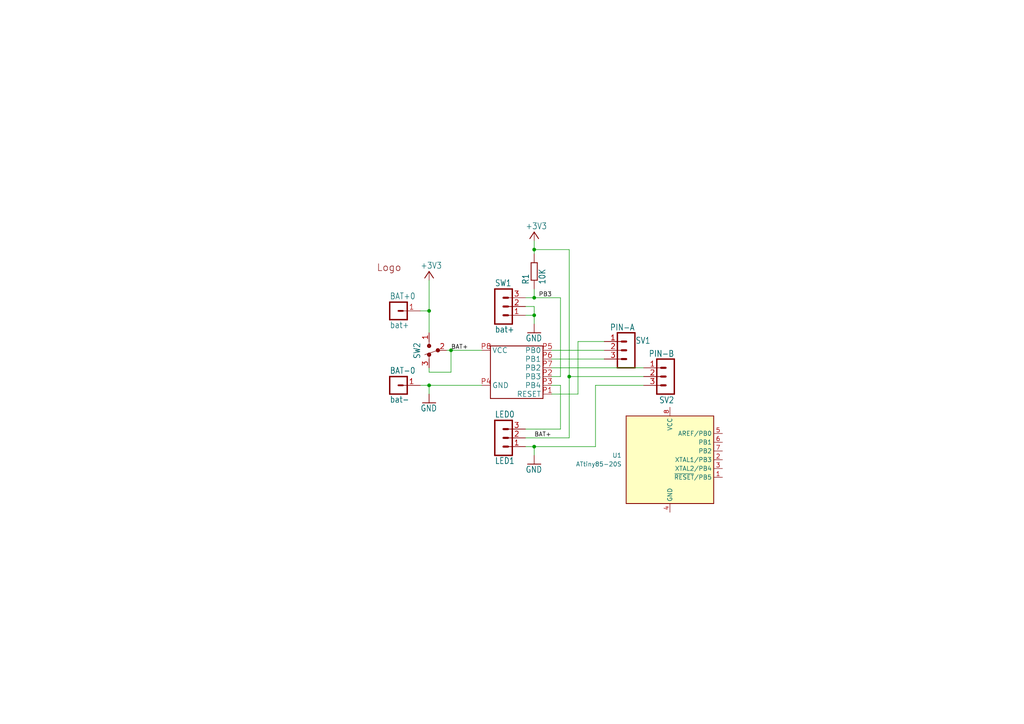
<source format=kicad_sch>
(kicad_sch
	(version 20250114)
	(generator "eeschema")
	(generator_version "9.0")
	(uuid "81b8b084-8461-4b3c-ac30-62ddc960295f")
	(paper "A4")
	(lib_symbols
		(symbol "MCU_Microchip_ATtiny:ATtiny85-20S"
			(exclude_from_sim no)
			(in_bom yes)
			(on_board yes)
			(property "Reference" "U"
				(at -12.7 13.97 0)
				(effects
					(font
						(size 1.27 1.27)
					)
					(justify left bottom)
				)
			)
			(property "Value" "ATtiny85-20S"
				(at 2.54 -13.97 0)
				(effects
					(font
						(size 1.27 1.27)
					)
					(justify left top)
				)
			)
			(property "Footprint" "Package_SO:SOIC-8_5.3x5.3mm_P1.27mm"
				(at 0 0 0)
				(effects
					(font
						(size 1.27 1.27)
						(italic yes)
					)
					(hide yes)
				)
			)
			(property "Datasheet" "http://ww1.microchip.com/downloads/en/DeviceDoc/atmel-2586-avr-8-bit-microcontroller-attiny25-attiny45-attiny85_datasheet.pdf"
				(at 0 0 0)
				(effects
					(font
						(size 1.27 1.27)
					)
					(hide yes)
				)
			)
			(property "Description" "20MHz, 8kB Flash, 512B SRAM, 512B EEPROM, debugWIRE, SOIC-8"
				(at 0 0 0)
				(effects
					(font
						(size 1.27 1.27)
					)
					(hide yes)
				)
			)
			(property "ki_keywords" "AVR 8bit Microcontroller tinyAVR"
				(at 0 0 0)
				(effects
					(font
						(size 1.27 1.27)
					)
					(hide yes)
				)
			)
			(property "ki_fp_filters" "*SOIC*5.3x5.3mm*P1.27mm*"
				(at 0 0 0)
				(effects
					(font
						(size 1.27 1.27)
					)
					(hide yes)
				)
			)
			(symbol "ATtiny85-20S_0_1"
				(rectangle
					(start -12.7 -12.7)
					(end 12.7 12.7)
					(stroke
						(width 0.254)
						(type default)
					)
					(fill
						(type background)
					)
				)
			)
			(symbol "ATtiny85-20S_1_1"
				(pin power_in line
					(at 0 15.24 270)
					(length 2.54)
					(name "VCC"
						(effects
							(font
								(size 1.27 1.27)
							)
						)
					)
					(number "8"
						(effects
							(font
								(size 1.27 1.27)
							)
						)
					)
				)
				(pin power_in line
					(at 0 -15.24 90)
					(length 2.54)
					(name "GND"
						(effects
							(font
								(size 1.27 1.27)
							)
						)
					)
					(number "4"
						(effects
							(font
								(size 1.27 1.27)
							)
						)
					)
				)
				(pin bidirectional line
					(at 15.24 7.62 180)
					(length 2.54)
					(name "AREF/PB0"
						(effects
							(font
								(size 1.27 1.27)
							)
						)
					)
					(number "5"
						(effects
							(font
								(size 1.27 1.27)
							)
						)
					)
				)
				(pin bidirectional line
					(at 15.24 5.08 180)
					(length 2.54)
					(name "PB1"
						(effects
							(font
								(size 1.27 1.27)
							)
						)
					)
					(number "6"
						(effects
							(font
								(size 1.27 1.27)
							)
						)
					)
				)
				(pin bidirectional line
					(at 15.24 2.54 180)
					(length 2.54)
					(name "PB2"
						(effects
							(font
								(size 1.27 1.27)
							)
						)
					)
					(number "7"
						(effects
							(font
								(size 1.27 1.27)
							)
						)
					)
				)
				(pin bidirectional line
					(at 15.24 0 180)
					(length 2.54)
					(name "XTAL1/PB3"
						(effects
							(font
								(size 1.27 1.27)
							)
						)
					)
					(number "2"
						(effects
							(font
								(size 1.27 1.27)
							)
						)
					)
				)
				(pin bidirectional line
					(at 15.24 -2.54 180)
					(length 2.54)
					(name "XTAL2/PB4"
						(effects
							(font
								(size 1.27 1.27)
							)
						)
					)
					(number "3"
						(effects
							(font
								(size 1.27 1.27)
							)
						)
					)
				)
				(pin bidirectional line
					(at 15.24 -5.08 180)
					(length 2.54)
					(name "~{RESET}/PB5"
						(effects
							(font
								(size 1.27 1.27)
							)
						)
					)
					(number "1"
						(effects
							(font
								(size 1.27 1.27)
							)
						)
					)
				)
			)
			(embedded_fonts no)
		)
		(symbol "pcb2-3-eagle-import:+3V3"
			(power)
			(exclude_from_sim no)
			(in_bom yes)
			(on_board yes)
			(property "Reference" "#+3V3"
				(at 0 0 0)
				(effects
					(font
						(size 1.27 1.27)
					)
					(hide yes)
				)
			)
			(property "Value" ""
				(at -2.54 -5.08 90)
				(effects
					(font
						(size 1.778 1.5113)
					)
					(justify left bottom)
				)
			)
			(property "Footprint" ""
				(at 0 0 0)
				(effects
					(font
						(size 1.27 1.27)
					)
					(hide yes)
				)
			)
			(property "Datasheet" ""
				(at 0 0 0)
				(effects
					(font
						(size 1.27 1.27)
					)
					(hide yes)
				)
			)
			(property "Description" "SUPPLY SYMBOL"
				(at 0 0 0)
				(effects
					(font
						(size 1.27 1.27)
					)
					(hide yes)
				)
			)
			(property "ki_locked" ""
				(at 0 0 0)
				(effects
					(font
						(size 1.27 1.27)
					)
				)
			)
			(symbol "+3V3_1_0"
				(polyline
					(pts
						(xy 0 0) (xy -1.27 -1.905)
					)
					(stroke
						(width 0.254)
						(type solid)
					)
					(fill
						(type none)
					)
				)
				(polyline
					(pts
						(xy 1.27 -1.905) (xy 0 0)
					)
					(stroke
						(width 0.254)
						(type solid)
					)
					(fill
						(type none)
					)
				)
				(pin power_in line
					(at 0 -2.54 90)
					(length 2.54)
					(name "+3V3"
						(effects
							(font
								(size 0 0)
							)
						)
					)
					(number "1"
						(effects
							(font
								(size 0 0)
							)
						)
					)
				)
			)
			(embedded_fonts no)
		)
		(symbol "pcb2-3-eagle-import:ATTINY85SOP8"
			(exclude_from_sim no)
			(in_bom yes)
			(on_board yes)
			(property "Reference" "ATTINY85-"
				(at 0 0 0)
				(effects
					(font
						(size 1.27 1.27)
					)
					(hide yes)
				)
			)
			(property "Value" ""
				(at 0 0 0)
				(effects
					(font
						(size 1.27 1.27)
					)
					(hide yes)
				)
			)
			(property "Footprint" "pcb2-3:ATTINY85-20SUR"
				(at 0 0 0)
				(effects
					(font
						(size 1.27 1.27)
					)
					(hide yes)
				)
			)
			(property "Datasheet" ""
				(at 0 0 0)
				(effects
					(font
						(size 1.27 1.27)
					)
					(hide yes)
				)
			)
			(property "Description" ""
				(at 0 0 0)
				(effects
					(font
						(size 1.27 1.27)
					)
					(hide yes)
				)
			)
			(property "ki_locked" ""
				(at 0 0 0)
				(effects
					(font
						(size 1.27 1.27)
					)
				)
			)
			(symbol "ATTINY85SOP8_1_0"
				(polyline
					(pts
						(xy -7.62 6.35) (xy 7.62 6.35)
					)
					(stroke
						(width 0.254)
						(type solid)
					)
					(fill
						(type none)
					)
				)
				(polyline
					(pts
						(xy -7.62 -8.89) (xy -7.62 6.35)
					)
					(stroke
						(width 0.254)
						(type solid)
					)
					(fill
						(type none)
					)
				)
				(polyline
					(pts
						(xy 7.62 6.35) (xy 7.62 -8.89)
					)
					(stroke
						(width 0.254)
						(type solid)
					)
					(fill
						(type none)
					)
				)
				(polyline
					(pts
						(xy 7.62 -8.89) (xy -7.62 -8.89)
					)
					(stroke
						(width 0.254)
						(type solid)
					)
					(fill
						(type none)
					)
				)
				(pin bidirectional line
					(at -10.16 5.08 0)
					(length 2.54)
					(name "VCC"
						(effects
							(font
								(size 1.524 1.524)
							)
						)
					)
					(number "P8"
						(effects
							(font
								(size 1.524 1.524)
							)
						)
					)
				)
				(pin bidirectional line
					(at -10.16 -5.08 0)
					(length 2.54)
					(name "GND"
						(effects
							(font
								(size 1.524 1.524)
							)
						)
					)
					(number "P4"
						(effects
							(font
								(size 1.524 1.524)
							)
						)
					)
				)
				(pin bidirectional line
					(at 10.16 5.08 180)
					(length 2.54)
					(name "PB0"
						(effects
							(font
								(size 1.524 1.524)
							)
						)
					)
					(number "P5"
						(effects
							(font
								(size 1.524 1.524)
							)
						)
					)
				)
				(pin bidirectional line
					(at 10.16 2.54 180)
					(length 2.54)
					(name "PB1"
						(effects
							(font
								(size 1.524 1.524)
							)
						)
					)
					(number "P6"
						(effects
							(font
								(size 1.524 1.524)
							)
						)
					)
				)
				(pin bidirectional line
					(at 10.16 0 180)
					(length 2.54)
					(name "PB2"
						(effects
							(font
								(size 1.524 1.524)
							)
						)
					)
					(number "P7"
						(effects
							(font
								(size 1.524 1.524)
							)
						)
					)
				)
				(pin bidirectional line
					(at 10.16 -2.54 180)
					(length 2.54)
					(name "PB3"
						(effects
							(font
								(size 1.524 1.524)
							)
						)
					)
					(number "P2"
						(effects
							(font
								(size 1.524 1.524)
							)
						)
					)
				)
				(pin bidirectional line
					(at 10.16 -5.08 180)
					(length 2.54)
					(name "PB4"
						(effects
							(font
								(size 1.524 1.524)
							)
						)
					)
					(number "P3"
						(effects
							(font
								(size 1.524 1.524)
							)
						)
					)
				)
				(pin bidirectional line
					(at 10.16 -7.62 180)
					(length 2.54)
					(name "RESET"
						(effects
							(font
								(size 1.524 1.524)
							)
						)
					)
					(number "P1"
						(effects
							(font
								(size 1.524 1.524)
							)
						)
					)
				)
			)
			(embedded_fonts no)
		)
		(symbol "pcb2-3-eagle-import:GND"
			(power)
			(exclude_from_sim no)
			(in_bom yes)
			(on_board yes)
			(property "Reference" "#GND"
				(at 0 0 0)
				(effects
					(font
						(size 1.27 1.27)
					)
					(hide yes)
				)
			)
			(property "Value" ""
				(at -2.54 -2.54 0)
				(effects
					(font
						(size 1.778 1.5113)
					)
					(justify left bottom)
				)
			)
			(property "Footprint" ""
				(at 0 0 0)
				(effects
					(font
						(size 1.27 1.27)
					)
					(hide yes)
				)
			)
			(property "Datasheet" ""
				(at 0 0 0)
				(effects
					(font
						(size 1.27 1.27)
					)
					(hide yes)
				)
			)
			(property "Description" "SUPPLY SYMBOL"
				(at 0 0 0)
				(effects
					(font
						(size 1.27 1.27)
					)
					(hide yes)
				)
			)
			(property "ki_locked" ""
				(at 0 0 0)
				(effects
					(font
						(size 1.27 1.27)
					)
				)
			)
			(symbol "GND_1_0"
				(polyline
					(pts
						(xy -1.905 0) (xy 1.905 0)
					)
					(stroke
						(width 0.254)
						(type solid)
					)
					(fill
						(type none)
					)
				)
				(pin power_in line
					(at 0 2.54 270)
					(length 2.54)
					(name "GND"
						(effects
							(font
								(size 0 0)
							)
						)
					)
					(number "1"
						(effects
							(font
								(size 0 0)
							)
						)
					)
				)
			)
			(embedded_fonts no)
		)
		(symbol "pcb2-3-eagle-import:LOGO-YT"
			(exclude_from_sim no)
			(in_bom yes)
			(on_board yes)
			(property "Reference" "LOGO"
				(at 0 0 0)
				(effects
					(font
						(size 1.27 1.27)
					)
					(hide yes)
				)
			)
			(property "Value" ""
				(at 0 0 0)
				(effects
					(font
						(size 1.27 1.27)
					)
					(hide yes)
				)
			)
			(property "Footprint" "pcb2-3:LOGO-YT1"
				(at 0 0 0)
				(effects
					(font
						(size 1.27 1.27)
					)
					(hide yes)
				)
			)
			(property "Datasheet" ""
				(at 0 0 0)
				(effects
					(font
						(size 1.27 1.27)
					)
					(hide yes)
				)
			)
			(property "Description" "Logo Bitmap"
				(at 0 0 0)
				(effects
					(font
						(size 1.27 1.27)
					)
					(hide yes)
				)
			)
			(property "ki_locked" ""
				(at 0 0 0)
				(effects
					(font
						(size 1.27 1.27)
					)
				)
			)
			(symbol "LOGO-YT_1_0"
				(text "Logo"
					(at 0 0 0)
					(effects
						(font
							(size 2 2)
						)
						(justify left bottom)
					)
				)
			)
			(embedded_fonts no)
		)
		(symbol "pcb2-3-eagle-import:PINHEAD-MA01-1"
			(exclude_from_sim no)
			(in_bom yes)
			(on_board yes)
			(property "Reference" ""
				(at -1.27 3.302 0)
				(effects
					(font
						(size 1.778 1.5113)
					)
					(justify left bottom)
				)
			)
			(property "Value" ""
				(at -1.27 -5.08 0)
				(effects
					(font
						(size 1.778 1.5113)
					)
					(justify left bottom)
				)
			)
			(property "Footprint" "pcb2-3:PINHEAD-MA01-1"
				(at 0 0 0)
				(effects
					(font
						(size 1.27 1.27)
					)
					(hide yes)
				)
			)
			(property "Datasheet" ""
				(at 0 0 0)
				(effects
					(font
						(size 1.27 1.27)
					)
					(hide yes)
				)
			)
			(property "Description" ""
				(at 0 0 0)
				(effects
					(font
						(size 1.27 1.27)
					)
					(hide yes)
				)
			)
			(property "ki_locked" ""
				(at 0 0 0)
				(effects
					(font
						(size 1.27 1.27)
					)
				)
			)
			(symbol "PINHEAD-MA01-1_1_0"
				(polyline
					(pts
						(xy -1.27 2.54) (xy -1.27 -2.54)
					)
					(stroke
						(width 0.4064)
						(type solid)
					)
					(fill
						(type none)
					)
				)
				(polyline
					(pts
						(xy -1.27 2.54) (xy 3.81 2.54)
					)
					(stroke
						(width 0.4064)
						(type solid)
					)
					(fill
						(type none)
					)
				)
				(polyline
					(pts
						(xy 1.27 0) (xy 2.54 0)
					)
					(stroke
						(width 0.508)
						(type solid)
					)
					(fill
						(type none)
					)
				)
				(polyline
					(pts
						(xy 3.81 -2.54) (xy -1.27 -2.54)
					)
					(stroke
						(width 0.4064)
						(type solid)
					)
					(fill
						(type none)
					)
				)
				(polyline
					(pts
						(xy 3.81 -2.54) (xy 3.81 2.54)
					)
					(stroke
						(width 0.4064)
						(type solid)
					)
					(fill
						(type none)
					)
				)
				(pin passive line
					(at 7.62 0 180)
					(length 5.08)
					(name "1"
						(effects
							(font
								(size 0 0)
							)
						)
					)
					(number "1"
						(effects
							(font
								(size 1.524 1.524)
							)
						)
					)
				)
			)
			(embedded_fonts no)
		)
		(symbol "pcb2-3-eagle-import:PINHEAD-MA03-1"
			(exclude_from_sim no)
			(in_bom yes)
			(on_board yes)
			(property "Reference" "SV"
				(at -1.27 8.382 0)
				(effects
					(font
						(size 1.778 1.5113)
					)
					(justify left bottom)
				)
			)
			(property "Value" ""
				(at -1.27 -5.08 0)
				(effects
					(font
						(size 1.778 1.5113)
					)
					(justify left bottom)
				)
			)
			(property "Footprint" "pcb2-3:PINHEAD-MA03-1"
				(at 0 0 0)
				(effects
					(font
						(size 1.27 1.27)
					)
					(hide yes)
				)
			)
			(property "Datasheet" ""
				(at 0 0 0)
				(effects
					(font
						(size 1.27 1.27)
					)
					(hide yes)
				)
			)
			(property "Description" "PIN HEADER"
				(at 0 0 0)
				(effects
					(font
						(size 1.27 1.27)
					)
					(hide yes)
				)
			)
			(property "ki_locked" ""
				(at 0 0 0)
				(effects
					(font
						(size 1.27 1.27)
					)
				)
			)
			(symbol "PINHEAD-MA03-1_1_0"
				(polyline
					(pts
						(xy -1.27 7.62) (xy -1.27 -2.54)
					)
					(stroke
						(width 0.4064)
						(type solid)
					)
					(fill
						(type none)
					)
				)
				(polyline
					(pts
						(xy -1.27 7.62) (xy 3.81 7.62)
					)
					(stroke
						(width 0.4064)
						(type solid)
					)
					(fill
						(type none)
					)
				)
				(polyline
					(pts
						(xy 1.27 5.08) (xy 2.54 5.08)
					)
					(stroke
						(width 0.6096)
						(type solid)
					)
					(fill
						(type none)
					)
				)
				(polyline
					(pts
						(xy 1.27 2.54) (xy 2.54 2.54)
					)
					(stroke
						(width 0.6096)
						(type solid)
					)
					(fill
						(type none)
					)
				)
				(polyline
					(pts
						(xy 1.27 0) (xy 2.54 0)
					)
					(stroke
						(width 0.6096)
						(type solid)
					)
					(fill
						(type none)
					)
				)
				(polyline
					(pts
						(xy 3.81 -2.54) (xy -1.27 -2.54)
					)
					(stroke
						(width 0.4064)
						(type solid)
					)
					(fill
						(type none)
					)
				)
				(polyline
					(pts
						(xy 3.81 -2.54) (xy 3.81 7.62)
					)
					(stroke
						(width 0.4064)
						(type solid)
					)
					(fill
						(type none)
					)
				)
				(pin passive line
					(at 7.62 5.08 180)
					(length 5.08)
					(name "3"
						(effects
							(font
								(size 0 0)
							)
						)
					)
					(number "3"
						(effects
							(font
								(size 1.524 1.524)
							)
						)
					)
				)
				(pin passive line
					(at 7.62 2.54 180)
					(length 5.08)
					(name "2"
						(effects
							(font
								(size 0 0)
							)
						)
					)
					(number "2"
						(effects
							(font
								(size 1.524 1.524)
							)
						)
					)
				)
				(pin passive line
					(at 7.62 0 180)
					(length 5.08)
					(name "1"
						(effects
							(font
								(size 0 0)
							)
						)
					)
					(number "1"
						(effects
							(font
								(size 1.524 1.524)
							)
						)
					)
				)
			)
			(embedded_fonts no)
		)
		(symbol "pcb2-3-eagle-import:R-EU_M3216"
			(exclude_from_sim no)
			(in_bom yes)
			(on_board yes)
			(property "Reference" "R"
				(at -3.81 1.4986 0)
				(effects
					(font
						(size 1.778 1.5113)
					)
					(justify left bottom)
				)
			)
			(property "Value" ""
				(at -3.81 -3.302 0)
				(effects
					(font
						(size 1.778 1.5113)
					)
					(justify left bottom)
				)
			)
			(property "Footprint" "pcb2-3:M3216"
				(at 0 0 0)
				(effects
					(font
						(size 1.27 1.27)
					)
					(hide yes)
				)
			)
			(property "Datasheet" ""
				(at 0 0 0)
				(effects
					(font
						(size 1.27 1.27)
					)
					(hide yes)
				)
			)
			(property "Description" "RESISTOR, European symbol"
				(at 0 0 0)
				(effects
					(font
						(size 1.27 1.27)
					)
					(hide yes)
				)
			)
			(property "ki_locked" ""
				(at 0 0 0)
				(effects
					(font
						(size 1.27 1.27)
					)
				)
			)
			(symbol "R-EU_M3216_1_0"
				(polyline
					(pts
						(xy -2.54 -0.889) (xy -2.54 0.889)
					)
					(stroke
						(width 0.254)
						(type solid)
					)
					(fill
						(type none)
					)
				)
				(polyline
					(pts
						(xy -2.54 -0.889) (xy 2.54 -0.889)
					)
					(stroke
						(width 0.254)
						(type solid)
					)
					(fill
						(type none)
					)
				)
				(polyline
					(pts
						(xy 2.54 0.889) (xy -2.54 0.889)
					)
					(stroke
						(width 0.254)
						(type solid)
					)
					(fill
						(type none)
					)
				)
				(polyline
					(pts
						(xy 2.54 -0.889) (xy 2.54 0.889)
					)
					(stroke
						(width 0.254)
						(type solid)
					)
					(fill
						(type none)
					)
				)
				(pin passive line
					(at -5.08 0 0)
					(length 2.54)
					(name "1"
						(effects
							(font
								(size 0 0)
							)
						)
					)
					(number "1"
						(effects
							(font
								(size 0 0)
							)
						)
					)
				)
				(pin passive line
					(at 5.08 0 180)
					(length 2.54)
					(name "2"
						(effects
							(font
								(size 0 0)
							)
						)
					)
					(number "2"
						(effects
							(font
								(size 0 0)
							)
						)
					)
				)
			)
			(embedded_fonts no)
		)
		(symbol "pcb2-3-eagle-import:SW3-1"
			(exclude_from_sim no)
			(in_bom yes)
			(on_board yes)
			(property "Reference" "SW"
				(at 1.27 2.54 0)
				(effects
					(font
						(size 1.778 1.5113)
					)
					(justify left bottom)
				)
			)
			(property "Value" ""
				(at 0 0 0)
				(effects
					(font
						(size 1.27 1.27)
					)
					(hide yes)
				)
			)
			(property "Footprint" "pcb2-3:SW3-1"
				(at 0 0 0)
				(effects
					(font
						(size 1.27 1.27)
					)
					(hide yes)
				)
			)
			(property "Datasheet" ""
				(at 0 0 0)
				(effects
					(font
						(size 1.27 1.27)
					)
					(hide yes)
				)
			)
			(property "Description" "Slide Switch 3x1 pin\n\nhttps://www.amazon.co.jp/gp/product/B01LYVYQNO/ https://www.amazon.co.jp/gp/product/B01LYVYQNO/\n\nSS12D00G3 2ポジションSPDT 1P2T 3ピン"
				(at 0 0 0)
				(effects
					(font
						(size 1.27 1.27)
					)
					(hide yes)
				)
			)
			(property "ki_locked" ""
				(at 0 0 0)
				(effects
					(font
						(size 1.27 1.27)
					)
				)
			)
			(symbol "SW3-1_1_0"
				(polyline
					(pts
						(xy 0 2.54) (xy 0 1.27)
					)
					(stroke
						(width 0.1524)
						(type solid)
					)
					(fill
						(type none)
					)
				)
				(circle
					(center 0 1.27)
					(radius 0.1)
					(stroke
						(width 0.508)
						(type solid)
					)
					(fill
						(type none)
					)
				)
				(circle
					(center 0 -1.27)
					(radius 0.1)
					(stroke
						(width 0.508)
						(type solid)
					)
					(fill
						(type none)
					)
				)
				(polyline
					(pts
						(xy 0 -2.54) (xy 0 -1.27)
					)
					(stroke
						(width 0.1524)
						(type solid)
					)
					(fill
						(type none)
					)
				)
				(polyline
					(pts
						(xy 2.54 0) (xy -1.27 -1.27)
					)
					(stroke
						(width 0.1524)
						(type solid)
					)
					(fill
						(type none)
					)
				)
				(circle
					(center 2.54 0)
					(radius 0.1)
					(stroke
						(width 0.508)
						(type solid)
					)
					(fill
						(type none)
					)
				)
				(pin passive line
					(at 0 5.08 270)
					(length 2.54)
					(name "1"
						(effects
							(font
								(size 0 0)
							)
						)
					)
					(number "1"
						(effects
							(font
								(size 1.524 1.524)
							)
						)
					)
				)
				(pin passive line
					(at 0 -5.08 90)
					(length 2.54)
					(name "3"
						(effects
							(font
								(size 0 0)
							)
						)
					)
					(number "3"
						(effects
							(font
								(size 1.524 1.524)
							)
						)
					)
				)
				(pin passive line
					(at 5.08 0 180)
					(length 2.54)
					(name "2"
						(effects
							(font
								(size 0 0)
							)
						)
					)
					(number "2"
						(effects
							(font
								(size 1.524 1.524)
							)
						)
					)
				)
			)
			(embedded_fonts no)
		)
		(symbol "pcb2-3-eagle-import:ytani1_30941153_PINHEAD-MA03-1"
			(exclude_from_sim no)
			(in_bom yes)
			(on_board yes)
			(property "Reference" "SV"
				(at -1.27 8.382 0)
				(effects
					(font
						(size 1.778 1.5113)
					)
					(justify left bottom)
				)
			)
			(property "Value" ""
				(at -1.27 -5.08 0)
				(effects
					(font
						(size 1.778 1.5113)
					)
					(justify left bottom)
				)
			)
			(property "Footprint" "pcb2-3:PINHEAD-MA03-1"
				(at 0 0 0)
				(effects
					(font
						(size 1.27 1.27)
					)
					(hide yes)
				)
			)
			(property "Datasheet" ""
				(at 0 0 0)
				(effects
					(font
						(size 1.27 1.27)
					)
					(hide yes)
				)
			)
			(property "Description" "PIN HEADER"
				(at 0 0 0)
				(effects
					(font
						(size 1.27 1.27)
					)
					(hide yes)
				)
			)
			(property "ki_locked" ""
				(at 0 0 0)
				(effects
					(font
						(size 1.27 1.27)
					)
				)
			)
			(symbol "ytani1_30941153_PINHEAD-MA03-1_1_0"
				(polyline
					(pts
						(xy -1.27 7.62) (xy -1.27 -2.54)
					)
					(stroke
						(width 0.4064)
						(type solid)
					)
					(fill
						(type none)
					)
				)
				(polyline
					(pts
						(xy -1.27 7.62) (xy 3.81 7.62)
					)
					(stroke
						(width 0.4064)
						(type solid)
					)
					(fill
						(type none)
					)
				)
				(polyline
					(pts
						(xy 1.27 5.08) (xy 2.54 5.08)
					)
					(stroke
						(width 0.6096)
						(type solid)
					)
					(fill
						(type none)
					)
				)
				(polyline
					(pts
						(xy 1.27 2.54) (xy 2.54 2.54)
					)
					(stroke
						(width 0.6096)
						(type solid)
					)
					(fill
						(type none)
					)
				)
				(polyline
					(pts
						(xy 1.27 0) (xy 2.54 0)
					)
					(stroke
						(width 0.6096)
						(type solid)
					)
					(fill
						(type none)
					)
				)
				(polyline
					(pts
						(xy 3.81 -2.54) (xy -1.27 -2.54)
					)
					(stroke
						(width 0.4064)
						(type solid)
					)
					(fill
						(type none)
					)
				)
				(polyline
					(pts
						(xy 3.81 -2.54) (xy 3.81 7.62)
					)
					(stroke
						(width 0.4064)
						(type solid)
					)
					(fill
						(type none)
					)
				)
				(pin passive line
					(at 7.62 5.08 180)
					(length 5.08)
					(name "3"
						(effects
							(font
								(size 0 0)
							)
						)
					)
					(number "3"
						(effects
							(font
								(size 1.524 1.524)
							)
						)
					)
				)
				(pin passive line
					(at 7.62 2.54 180)
					(length 5.08)
					(name "2"
						(effects
							(font
								(size 0 0)
							)
						)
					)
					(number "2"
						(effects
							(font
								(size 1.524 1.524)
							)
						)
					)
				)
				(pin passive line
					(at 7.62 0 180)
					(length 5.08)
					(name "1"
						(effects
							(font
								(size 0 0)
							)
						)
					)
					(number "1"
						(effects
							(font
								(size 1.524 1.524)
							)
						)
					)
				)
			)
			(embedded_fonts no)
		)
	)
	(junction
		(at 154.94 91.44)
		(diameter 0)
		(color 0 0 0 0)
		(uuid "29a3b533-b9bc-442c-b514-6e455f09f2f9")
	)
	(junction
		(at 124.46 90.17)
		(diameter 0)
		(color 0 0 0 0)
		(uuid "41e0b6d3-19fa-4563-94e5-98bbb23272c4")
	)
	(junction
		(at 130.81 101.6)
		(diameter 0)
		(color 0 0 0 0)
		(uuid "5a49cdf1-773c-4afc-8fa9-d2131d61fc79")
	)
	(junction
		(at 154.94 72.39)
		(diameter 0)
		(color 0 0 0 0)
		(uuid "68a2a5b5-2b9e-4b77-b1ad-f34fd7b1e8b9")
	)
	(junction
		(at 165.1 109.22)
		(diameter 0)
		(color 0 0 0 0)
		(uuid "7a47490c-f52b-4fd7-b2cd-39940788fe08")
	)
	(junction
		(at 154.94 86.36)
		(diameter 0)
		(color 0 0 0 0)
		(uuid "89e060b7-5e16-46d8-ba71-d731886dd56a")
	)
	(junction
		(at 154.94 129.54)
		(diameter 0)
		(color 0 0 0 0)
		(uuid "96ec384d-38d4-4076-ab88-89350fbd853c")
	)
	(junction
		(at 124.46 111.76)
		(diameter 0)
		(color 0 0 0 0)
		(uuid "f72d328d-ede2-4f6f-a2ca-9b44d7f1b206")
	)
	(wire
		(pts
			(xy 124.46 106.68) (xy 124.46 107.95)
		)
		(stroke
			(width 0.1524)
			(type solid)
		)
		(uuid "048bb83a-36db-4516-8156-3fe69ef49ff0")
	)
	(wire
		(pts
			(xy 186.69 109.22) (xy 165.1 109.22)
		)
		(stroke
			(width 0.1524)
			(type solid)
		)
		(uuid "04cb41eb-b899-4a5c-af8c-10fdaff34301")
	)
	(wire
		(pts
			(xy 154.94 72.39) (xy 154.94 73.66)
		)
		(stroke
			(width 0.1524)
			(type solid)
		)
		(uuid "0c385783-7231-4597-b6cd-fbea0319b1de")
	)
	(wire
		(pts
			(xy 124.46 111.76) (xy 124.46 114.3)
		)
		(stroke
			(width 0.1524)
			(type solid)
		)
		(uuid "1e994101-ef0c-4e8b-8db3-2525bece96b8")
	)
	(wire
		(pts
			(xy 167.64 114.3) (xy 167.64 99.06)
		)
		(stroke
			(width 0.1524)
			(type solid)
		)
		(uuid "2122bfec-136a-4f12-8d7d-0e786befa833")
	)
	(wire
		(pts
			(xy 165.1 109.22) (xy 165.1 72.39)
		)
		(stroke
			(width 0.1524)
			(type solid)
		)
		(uuid "22cabd80-e908-4bac-8f52-b2430dc4e8d6")
	)
	(wire
		(pts
			(xy 160.02 104.14) (xy 175.26 104.14)
		)
		(stroke
			(width 0.1524)
			(type solid)
		)
		(uuid "299c1e8f-c119-4c5b-86a8-26f082b6796b")
	)
	(wire
		(pts
			(xy 160.02 114.3) (xy 167.64 114.3)
		)
		(stroke
			(width 0.1524)
			(type solid)
		)
		(uuid "2d38019c-e8c1-4699-81dc-a5fcadc3c49a")
	)
	(wire
		(pts
			(xy 172.72 111.76) (xy 172.72 129.54)
		)
		(stroke
			(width 0.1524)
			(type solid)
		)
		(uuid "34b84276-6eac-46d0-a214-e1b76c7f7849")
	)
	(wire
		(pts
			(xy 152.4 127) (xy 165.1 127)
		)
		(stroke
			(width 0.1524)
			(type solid)
		)
		(uuid "385773d3-8641-42a2-af2e-1c0822f67876")
	)
	(wire
		(pts
			(xy 160.02 109.22) (xy 162.56 109.22)
		)
		(stroke
			(width 0.1524)
			(type solid)
		)
		(uuid "5319541b-dcbd-482e-b664-b77a9e7f4c85")
	)
	(wire
		(pts
			(xy 154.94 91.44) (xy 154.94 93.98)
		)
		(stroke
			(width 0.1524)
			(type solid)
		)
		(uuid "540b0816-b686-4627-9986-2846acf0f0ed")
	)
	(wire
		(pts
			(xy 154.94 129.54) (xy 154.94 132.08)
		)
		(stroke
			(width 0.1524)
			(type solid)
		)
		(uuid "5715c14f-aaf7-4436-b9ce-1a72c970da44")
	)
	(wire
		(pts
			(xy 124.46 111.76) (xy 139.7 111.76)
		)
		(stroke
			(width 0.1524)
			(type solid)
		)
		(uuid "5bbf9acc-6100-4918-abdb-86950eea0c0d")
	)
	(wire
		(pts
			(xy 186.69 111.76) (xy 172.72 111.76)
		)
		(stroke
			(width 0.1524)
			(type solid)
		)
		(uuid "5c9a7885-7792-4885-9b13-7684ceffba71")
	)
	(wire
		(pts
			(xy 162.56 109.22) (xy 162.56 86.36)
		)
		(stroke
			(width 0.1524)
			(type solid)
		)
		(uuid "5c9fed8a-ae98-4056-a0d9-9a82ef3f6a96")
	)
	(wire
		(pts
			(xy 124.46 90.17) (xy 124.46 81.28)
		)
		(stroke
			(width 0.1524)
			(type solid)
		)
		(uuid "60dd3408-b58b-4c38-b780-03aad13787a3")
	)
	(wire
		(pts
			(xy 162.56 111.76) (xy 160.02 111.76)
		)
		(stroke
			(width 0.1524)
			(type solid)
		)
		(uuid "637136c8-679d-44e0-8dbb-f583268733dc")
	)
	(wire
		(pts
			(xy 152.4 88.9) (xy 154.94 88.9)
		)
		(stroke
			(width 0.1524)
			(type solid)
		)
		(uuid "6feee426-f1de-486d-814a-3ae01e222be9")
	)
	(wire
		(pts
			(xy 160.02 106.68) (xy 186.69 106.68)
		)
		(stroke
			(width 0.1524)
			(type solid)
		)
		(uuid "7851fa71-f677-45b6-84c0-198d98ebfc53")
	)
	(wire
		(pts
			(xy 130.81 101.6) (xy 139.7 101.6)
		)
		(stroke
			(width 0.1524)
			(type solid)
		)
		(uuid "8385dab5-8e90-4d93-bf07-08ad52eda050")
	)
	(wire
		(pts
			(xy 152.4 129.54) (xy 154.94 129.54)
		)
		(stroke
			(width 0.1524)
			(type solid)
		)
		(uuid "888752be-af0a-4b8a-b46a-a8e581b4d9b3")
	)
	(wire
		(pts
			(xy 154.94 72.39) (xy 165.1 72.39)
		)
		(stroke
			(width 0.1524)
			(type solid)
		)
		(uuid "908023f0-0b97-47c0-a418-c4686ce5d5f4")
	)
	(wire
		(pts
			(xy 124.46 96.52) (xy 124.46 90.17)
		)
		(stroke
			(width 0.1524)
			(type solid)
		)
		(uuid "9468d91d-f744-4966-a21a-d5173e784fcb")
	)
	(wire
		(pts
			(xy 154.94 86.36) (xy 154.94 83.82)
		)
		(stroke
			(width 0.1524)
			(type solid)
		)
		(uuid "96f6613f-d9a3-4039-9983-f9d0e9231643")
	)
	(wire
		(pts
			(xy 124.46 107.95) (xy 130.81 107.95)
		)
		(stroke
			(width 0.1524)
			(type solid)
		)
		(uuid "99b5c0d7-7bce-4b80-be9b-523093877863")
	)
	(wire
		(pts
			(xy 167.64 99.06) (xy 175.26 99.06)
		)
		(stroke
			(width 0.1524)
			(type solid)
		)
		(uuid "9b44a9cf-cd92-4791-9c8e-1891c67b9a8e")
	)
	(wire
		(pts
			(xy 162.56 86.36) (xy 154.94 86.36)
		)
		(stroke
			(width 0.1524)
			(type solid)
		)
		(uuid "a4839aa8-5c2e-419c-bda6-952b2af5029b")
	)
	(wire
		(pts
			(xy 154.94 88.9) (xy 154.94 91.44)
		)
		(stroke
			(width 0.1524)
			(type solid)
		)
		(uuid "a69516ae-0e83-466b-bbef-914e348f3580")
	)
	(wire
		(pts
			(xy 130.81 107.95) (xy 130.81 101.6)
		)
		(stroke
			(width 0.1524)
			(type solid)
		)
		(uuid "a8621385-f61d-4059-8029-b6dde0299185")
	)
	(wire
		(pts
			(xy 172.72 129.54) (xy 154.94 129.54)
		)
		(stroke
			(width 0.1524)
			(type solid)
		)
		(uuid "b3470b4d-a143-4730-95aa-cab6a444a199")
	)
	(wire
		(pts
			(xy 162.56 124.46) (xy 162.56 111.76)
		)
		(stroke
			(width 0.1524)
			(type solid)
		)
		(uuid "ba501821-9497-478b-bfdc-5f5fe84d4681")
	)
	(wire
		(pts
			(xy 165.1 127) (xy 165.1 109.22)
		)
		(stroke
			(width 0.1524)
			(type solid)
		)
		(uuid "c0619a5f-cd0c-4ef0-90db-2c10bff6e845")
	)
	(wire
		(pts
			(xy 154.94 69.85) (xy 154.94 72.39)
		)
		(stroke
			(width 0)
			(type default)
		)
		(uuid "c9456a11-243e-4a16-ac46-eecd53fb296a")
	)
	(wire
		(pts
			(xy 121.92 90.17) (xy 124.46 90.17)
		)
		(stroke
			(width 0.1524)
			(type solid)
		)
		(uuid "d24c1f58-a8ff-437c-a26a-ccad46402a46")
	)
	(wire
		(pts
			(xy 160.02 101.6) (xy 175.26 101.6)
		)
		(stroke
			(width 0.1524)
			(type solid)
		)
		(uuid "da62e984-25a3-4d89-a311-3916099ca87c")
	)
	(wire
		(pts
			(xy 152.4 86.36) (xy 154.94 86.36)
		)
		(stroke
			(width 0.1524)
			(type solid)
		)
		(uuid "dbdb1912-5190-450b-b3c4-a288af10ddd8")
	)
	(wire
		(pts
			(xy 121.92 111.76) (xy 124.46 111.76)
		)
		(stroke
			(width 0.1524)
			(type solid)
		)
		(uuid "dfb4e15b-7fb8-4589-9969-20080c1fb34a")
	)
	(wire
		(pts
			(xy 129.54 101.6) (xy 130.81 101.6)
		)
		(stroke
			(width 0.1524)
			(type solid)
		)
		(uuid "ebd4e9f6-81b7-4337-a5b0-74362b2143e4")
	)
	(wire
		(pts
			(xy 152.4 91.44) (xy 154.94 91.44)
		)
		(stroke
			(width 0.1524)
			(type solid)
		)
		(uuid "f9f782ff-fc45-460f-9a96-64563eb68455")
	)
	(wire
		(pts
			(xy 152.4 124.46) (xy 162.56 124.46)
		)
		(stroke
			(width 0.1524)
			(type solid)
		)
		(uuid "fd26ef3d-2b9c-461a-b849-aa20116f3c53")
	)
	(label "PB3"
		(at 156.21 86.36 0)
		(effects
			(font
				(size 1.2446 1.2446)
			)
			(justify left bottom)
		)
		(uuid "415362c7-f175-4a54-ad23-530c67b5c315")
	)
	(label "BAT+"
		(at 154.94 127 0)
		(effects
			(font
				(size 1.2446 1.2446)
			)
			(justify left bottom)
		)
		(uuid "b741d0f4-b452-4249-a786-00685d9c6ffd")
	)
	(label "BAT+"
		(at 130.81 101.6 0)
		(effects
			(font
				(size 1.2446 1.2446)
			)
			(justify left bottom)
		)
		(uuid "e9853295-d41d-47d8-8685-387fa0cc0b84")
	)
	(symbol
		(lib_id "pcb2-3-eagle-import:GND")
		(at 124.46 116.84 0)
		(unit 1)
		(exclude_from_sim no)
		(in_bom yes)
		(on_board yes)
		(dnp no)
		(uuid "0740ccff-50ea-4963-8da3-d8e135b06006")
		(property "Reference" "#GND1"
			(at 124.46 116.84 0)
			(effects
				(font
					(size 1.27 1.27)
				)
				(hide yes)
			)
		)
		(property "Value" "GND"
			(at 121.92 119.38 0)
			(effects
				(font
					(size 1.778 1.5113)
				)
				(justify left bottom)
			)
		)
		(property "Footprint" ""
			(at 124.46 116.84 0)
			(effects
				(font
					(size 1.27 1.27)
				)
				(hide yes)
			)
		)
		(property "Datasheet" ""
			(at 124.46 116.84 0)
			(effects
				(font
					(size 1.27 1.27)
				)
				(hide yes)
			)
		)
		(property "Description" ""
			(at 124.46 116.84 0)
			(effects
				(font
					(size 1.27 1.27)
				)
				(hide yes)
			)
		)
		(pin "1"
			(uuid "4d81f8fd-d3ac-4995-a1ec-05c52b2514b7")
		)
		(instances
			(project ""
				(path "/81b8b084-8461-4b3c-ac30-62ddc960295f"
					(reference "#GND1")
					(unit 1)
				)
			)
		)
	)
	(symbol
		(lib_id "pcb2-3-eagle-import:GND")
		(at 154.94 134.62 0)
		(unit 1)
		(exclude_from_sim no)
		(in_bom yes)
		(on_board yes)
		(dnp no)
		(uuid "0edfcb43-994d-4658-bc54-df28b31edec6")
		(property "Reference" "#GND4"
			(at 154.94 134.62 0)
			(effects
				(font
					(size 1.27 1.27)
				)
				(hide yes)
			)
		)
		(property "Value" "GND"
			(at 152.4 137.16 0)
			(effects
				(font
					(size 1.778 1.5113)
				)
				(justify left bottom)
			)
		)
		(property "Footprint" ""
			(at 154.94 134.62 0)
			(effects
				(font
					(size 1.27 1.27)
				)
				(hide yes)
			)
		)
		(property "Datasheet" ""
			(at 154.94 134.62 0)
			(effects
				(font
					(size 1.27 1.27)
				)
				(hide yes)
			)
		)
		(property "Description" ""
			(at 154.94 134.62 0)
			(effects
				(font
					(size 1.27 1.27)
				)
				(hide yes)
			)
		)
		(pin "1"
			(uuid "c711e328-8c22-4dab-8b89-aba813507f84")
		)
		(instances
			(project ""
				(path "/81b8b084-8461-4b3c-ac30-62ddc960295f"
					(reference "#GND4")
					(unit 1)
				)
			)
		)
	)
	(symbol
		(lib_id "pcb2-3-eagle-import:ytani1_30941153_PINHEAD-MA03-1")
		(at 144.78 129.54 0)
		(unit 1)
		(exclude_from_sim no)
		(in_bom yes)
		(on_board yes)
		(dnp no)
		(uuid "1ac74df5-cd86-4516-b679-710af7aa60e3")
		(property "Reference" "LED0"
			(at 143.51 121.158 0)
			(effects
				(font
					(size 1.778 1.5113)
				)
				(justify left bottom)
			)
		)
		(property "Value" "LED1"
			(at 143.51 134.62 0)
			(effects
				(font
					(size 1.778 1.5113)
				)
				(justify left bottom)
			)
		)
		(property "Footprint" "pcb2-3:PINHEAD-MA03-1"
			(at 144.78 129.54 0)
			(effects
				(font
					(size 1.27 1.27)
				)
				(hide yes)
			)
		)
		(property "Datasheet" ""
			(at 144.78 129.54 0)
			(effects
				(font
					(size 1.27 1.27)
				)
				(hide yes)
			)
		)
		(property "Description" ""
			(at 144.78 129.54 0)
			(effects
				(font
					(size 1.27 1.27)
				)
				(hide yes)
			)
		)
		(pin "1"
			(uuid "92ec8d4b-643d-4f60-9a40-6278140c25ef")
		)
		(pin "3"
			(uuid "877deb17-b586-4350-9a88-812966657c36")
		)
		(pin "2"
			(uuid "4bff48c0-9261-4caf-9d57-5dbcd4d7ad18")
		)
		(instances
			(project ""
				(path "/81b8b084-8461-4b3c-ac30-62ddc960295f"
					(reference "LED0")
					(unit 1)
				)
			)
		)
	)
	(symbol
		(lib_id "pcb2-3-eagle-import:ATTINY85SOP8")
		(at 149.86 106.68 0)
		(unit 1)
		(exclude_from_sim no)
		(in_bom yes)
		(on_board yes)
		(dnp no)
		(uuid "2bc351cb-0558-446d-a16a-a6546ac694c5")
		(property "Reference" "ATTINY85-1"
			(at 149.86 106.68 0)
			(effects
				(font
					(size 1.27 1.27)
				)
				(hide yes)
			)
		)
		(property "Value" "ATTINY85"
			(at 149.86 106.68 0)
			(effects
				(font
					(size 1.27 1.27)
				)
				(hide yes)
			)
		)
		(property "Footprint" "pcb2-3:ATTINY85-20SUR"
			(at 149.86 106.68 0)
			(effects
				(font
					(size 1.27 1.27)
				)
				(hide yes)
			)
		)
		(property "Datasheet" ""
			(at 149.86 106.68 0)
			(effects
				(font
					(size 1.27 1.27)
				)
				(hide yes)
			)
		)
		(property "Description" ""
			(at 149.86 106.68 0)
			(effects
				(font
					(size 1.27 1.27)
				)
				(hide yes)
			)
		)
		(pin "P6"
			(uuid "81ecd606-f17d-4228-aba9-b1bdedbfb492")
		)
		(pin "P5"
			(uuid "4921747e-e2ef-4965-9b2a-210d42f7f716")
		)
		(pin "P7"
			(uuid "78d01a12-9cf7-456b-8bb9-77c246d21a79")
		)
		(pin "P4"
			(uuid "e9988b8d-ecae-4486-9416-78eb53f7cf2a")
		)
		(pin "P2"
			(uuid "9608e81a-f7e6-4cc3-83c0-56cd83194d14")
		)
		(pin "P8"
			(uuid "7a7e24d7-b4cd-475b-98a3-3893d2853204")
		)
		(pin "P3"
			(uuid "897e2a1a-a56d-49ea-81b9-137db72239e7")
		)
		(pin "P1"
			(uuid "0f1696be-a782-4fbc-90f3-ee06228fdd25")
		)
		(instances
			(project ""
				(path "/81b8b084-8461-4b3c-ac30-62ddc960295f"
					(reference "ATTINY85-1")
					(unit 1)
				)
			)
		)
	)
	(symbol
		(lib_id "pcb2-3-eagle-import:R-EU_M3216")
		(at 154.94 78.74 90)
		(unit 1)
		(exclude_from_sim no)
		(in_bom yes)
		(on_board yes)
		(dnp no)
		(uuid "2fffae0d-3e63-45a5-a899-3617f65851b5")
		(property "Reference" "R1"
			(at 153.4414 82.55 0)
			(effects
				(font
					(size 1.778 1.5113)
				)
				(justify left bottom)
			)
		)
		(property "Value" "10K"
			(at 158.242 82.55 0)
			(effects
				(font
					(size 1.778 1.5113)
				)
				(justify left bottom)
			)
		)
		(property "Footprint" "pcb2-3:M3216"
			(at 154.94 78.74 0)
			(effects
				(font
					(size 1.27 1.27)
				)
				(hide yes)
			)
		)
		(property "Datasheet" ""
			(at 154.94 78.74 0)
			(effects
				(font
					(size 1.27 1.27)
				)
				(hide yes)
			)
		)
		(property "Description" ""
			(at 154.94 78.74 0)
			(effects
				(font
					(size 1.27 1.27)
				)
				(hide yes)
			)
		)
		(pin "1"
			(uuid "887ca299-b6f7-4f8b-9cc7-b8515088da5b")
		)
		(pin "2"
			(uuid "2e2c1494-edda-4938-adf5-feee2faff0bb")
		)
		(instances
			(project ""
				(path "/81b8b084-8461-4b3c-ac30-62ddc960295f"
					(reference "R1")
					(unit 1)
				)
			)
		)
	)
	(symbol
		(lib_id "pcb2-3-eagle-import:PINHEAD-MA03-1")
		(at 182.88 99.06 180)
		(unit 1)
		(exclude_from_sim no)
		(in_bom yes)
		(on_board yes)
		(dnp no)
		(uuid "4d51fe1f-12ab-4c42-bbb5-9fe1c702a2cb")
		(property "Reference" "SV1"
			(at 188.722 97.79 0)
			(effects
				(font
					(size 1.778 1.5113)
				)
				(justify left bottom)
			)
		)
		(property "Value" "PIN-A"
			(at 184.15 93.98 0)
			(effects
				(font
					(size 1.778 1.5113)
				)
				(justify left bottom)
			)
		)
		(property "Footprint" "pcb2-3:PINHEAD-MA03-1"
			(at 182.88 99.06 0)
			(effects
				(font
					(size 1.27 1.27)
				)
				(hide yes)
			)
		)
		(property "Datasheet" ""
			(at 182.88 99.06 0)
			(effects
				(font
					(size 1.27 1.27)
				)
				(hide yes)
			)
		)
		(property "Description" ""
			(at 182.88 99.06 0)
			(effects
				(font
					(size 1.27 1.27)
				)
				(hide yes)
			)
		)
		(pin "2"
			(uuid "48daf850-51ce-4c11-abd8-f42b9f5b934d")
		)
		(pin "3"
			(uuid "baab9894-2933-4233-af81-968dae081b04")
		)
		(pin "1"
			(uuid "04f48a97-7950-4228-a513-716802221bc9")
		)
		(instances
			(project ""
				(path "/81b8b084-8461-4b3c-ac30-62ddc960295f"
					(reference "SV1")
					(unit 1)
				)
			)
		)
	)
	(symbol
		(lib_id "pcb2-3-eagle-import:GND")
		(at 154.94 96.52 0)
		(unit 1)
		(exclude_from_sim no)
		(in_bom yes)
		(on_board yes)
		(dnp no)
		(uuid "65e7d4ab-9530-4461-bb2f-50090a610a15")
		(property "Reference" "#GND3"
			(at 154.94 96.52 0)
			(effects
				(font
					(size 1.27 1.27)
				)
				(hide yes)
			)
		)
		(property "Value" "GND"
			(at 152.4 99.06 0)
			(effects
				(font
					(size 1.778 1.5113)
				)
				(justify left bottom)
			)
		)
		(property "Footprint" ""
			(at 154.94 96.52 0)
			(effects
				(font
					(size 1.27 1.27)
				)
				(hide yes)
			)
		)
		(property "Datasheet" ""
			(at 154.94 96.52 0)
			(effects
				(font
					(size 1.27 1.27)
				)
				(hide yes)
			)
		)
		(property "Description" ""
			(at 154.94 96.52 0)
			(effects
				(font
					(size 1.27 1.27)
				)
				(hide yes)
			)
		)
		(pin "1"
			(uuid "0746e1a5-01b3-4e90-8e70-b490cd787a57")
		)
		(instances
			(project ""
				(path "/81b8b084-8461-4b3c-ac30-62ddc960295f"
					(reference "#GND3")
					(unit 1)
				)
			)
		)
	)
	(symbol
		(lib_id "pcb2-3-eagle-import:SW3-1")
		(at 124.46 101.6 0)
		(unit 1)
		(exclude_from_sim no)
		(in_bom yes)
		(on_board yes)
		(dnp no)
		(uuid "69da02f0-bfe1-4612-be47-0f3250d93b0d")
		(property "Reference" "SW2"
			(at 121.92 104.14 90)
			(effects
				(font
					(size 1.778 1.5113)
				)
				(justify left bottom)
			)
		)
		(property "Value" "POWER"
			(at 124.46 101.6 0)
			(effects
				(font
					(size 1.27 1.27)
				)
				(hide yes)
			)
		)
		(property "Footprint" "pcb2-3:SW3-1"
			(at 124.46 101.6 0)
			(effects
				(font
					(size 1.27 1.27)
				)
				(hide yes)
			)
		)
		(property "Datasheet" ""
			(at 124.46 101.6 0)
			(effects
				(font
					(size 1.27 1.27)
				)
				(hide yes)
			)
		)
		(property "Description" ""
			(at 124.46 101.6 0)
			(effects
				(font
					(size 1.27 1.27)
				)
				(hide yes)
			)
		)
		(pin "2"
			(uuid "cec5c3e6-a60a-4568-b701-86a03dd6ec8b")
		)
		(pin "1"
			(uuid "2bcde18f-f744-4653-92ae-5a0ba8a4ceb9")
		)
		(pin "3"
			(uuid "32094452-92db-4f3f-84ca-94175ddfba1a")
		)
		(instances
			(project ""
				(path "/81b8b084-8461-4b3c-ac30-62ddc960295f"
					(reference "SW2")
					(unit 1)
				)
			)
		)
	)
	(symbol
		(lib_id "pcb2-3-eagle-import:+3V3")
		(at 154.94 67.31 0)
		(unit 1)
		(exclude_from_sim no)
		(in_bom yes)
		(on_board yes)
		(dnp no)
		(uuid "755dec07-72a8-4fcc-9e3d-3060c16c736e")
		(property "Reference" "#+3V02"
			(at 154.94 67.31 0)
			(effects
				(font
					(size 1.27 1.27)
				)
				(hide yes)
			)
		)
		(property "Value" "+3V3"
			(at 152.4 66.548 0)
			(effects
				(font
					(size 1.778 1.5113)
				)
				(justify left bottom)
			)
		)
		(property "Footprint" ""
			(at 154.94 67.31 0)
			(effects
				(font
					(size 1.27 1.27)
				)
				(hide yes)
			)
		)
		(property "Datasheet" ""
			(at 154.94 67.31 0)
			(effects
				(font
					(size 1.27 1.27)
				)
				(hide yes)
			)
		)
		(property "Description" ""
			(at 154.94 67.31 0)
			(effects
				(font
					(size 1.27 1.27)
				)
				(hide yes)
			)
		)
		(pin "1"
			(uuid "c67b9ac9-af1e-496d-87a1-eeb17acc2595")
		)
		(instances
			(project "pcb2-3"
				(path "/81b8b084-8461-4b3c-ac30-62ddc960295f"
					(reference "#+3V02")
					(unit 1)
				)
			)
		)
	)
	(symbol
		(lib_id "pcb2-3-eagle-import:LOGO-YT")
		(at 109.22 78.74 0)
		(unit 1)
		(exclude_from_sim no)
		(in_bom yes)
		(on_board yes)
		(dnp no)
		(uuid "8df4c209-2e30-46f2-a9a6-957ebe95f0ad")
		(property "Reference" "LOGO1"
			(at 109.22 78.74 0)
			(effects
				(font
					(size 1.27 1.27)
				)
				(hide yes)
			)
		)
		(property "Value" "LOGO-YT"
			(at 109.22 78.74 0)
			(effects
				(font
					(size 1.27 1.27)
				)
				(hide yes)
			)
		)
		(property "Footprint" "pcb2-3:LOGO-YT1"
			(at 109.22 78.74 0)
			(effects
				(font
					(size 1.27 1.27)
				)
				(hide yes)
			)
		)
		(property "Datasheet" ""
			(at 109.22 78.74 0)
			(effects
				(font
					(size 1.27 1.27)
				)
				(hide yes)
			)
		)
		(property "Description" ""
			(at 109.22 78.74 0)
			(effects
				(font
					(size 1.27 1.27)
				)
				(hide yes)
			)
		)
		(instances
			(project ""
				(path "/81b8b084-8461-4b3c-ac30-62ddc960295f"
					(reference "LOGO1")
					(unit 1)
				)
			)
		)
	)
	(symbol
		(lib_id "MCU_Microchip_ATtiny:ATtiny85-20S")
		(at 194.31 133.35 0)
		(unit 1)
		(exclude_from_sim no)
		(in_bom yes)
		(on_board yes)
		(dnp no)
		(fields_autoplaced yes)
		(uuid "a8ef9374-6d1f-453e-b48e-edef27ed1bff")
		(property "Reference" "U1"
			(at 180.34 132.0799 0)
			(effects
				(font
					(size 1.27 1.27)
				)
				(justify right)
			)
		)
		(property "Value" "ATtiny85-20S"
			(at 180.34 134.6199 0)
			(effects
				(font
					(size 1.27 1.27)
				)
				(justify right)
			)
		)
		(property "Footprint" "Package_SO:SOIC-8_5.3x5.3mm_P1.27mm"
			(at 194.31 133.35 0)
			(effects
				(font
					(size 1.27 1.27)
					(italic yes)
				)
				(hide yes)
			)
		)
		(property "Datasheet" "http://ww1.microchip.com/downloads/en/DeviceDoc/atmel-2586-avr-8-bit-microcontroller-attiny25-attiny45-attiny85_datasheet.pdf"
			(at 194.31 133.35 0)
			(effects
				(font
					(size 1.27 1.27)
				)
				(hide yes)
			)
		)
		(property "Description" "20MHz, 8kB Flash, 512B SRAM, 512B EEPROM, debugWIRE, SOIC-8"
			(at 194.31 133.35 0)
			(effects
				(font
					(size 1.27 1.27)
				)
				(hide yes)
			)
		)
		(pin "5"
			(uuid "3df6c399-c8cd-4709-9845-44e239c6981d")
		)
		(pin "6"
			(uuid "86f74039-4bbd-43d2-9df5-5122e5aaac2b")
		)
		(pin "8"
			(uuid "6374581d-0ccb-4e9f-a1da-758dfe26c825")
		)
		(pin "2"
			(uuid "85cc0d8d-df04-4fc8-b5fc-1b5fb4334b06")
		)
		(pin "3"
			(uuid "1d93c990-a6d5-4901-9179-4c45335cb6a6")
		)
		(pin "4"
			(uuid "45b5c4dd-ee26-4c1b-947c-884261144299")
		)
		(pin "1"
			(uuid "882956ac-6fb4-47c2-954e-97068322b8d4")
		)
		(pin "7"
			(uuid "554afa94-d304-4d90-82be-a631a910e417")
		)
		(instances
			(project ""
				(path "/81b8b084-8461-4b3c-ac30-62ddc960295f"
					(reference "U1")
					(unit 1)
				)
			)
		)
	)
	(symbol
		(lib_id "pcb2-3-eagle-import:PINHEAD-MA01-1")
		(at 114.3 90.17 0)
		(unit 1)
		(exclude_from_sim no)
		(in_bom yes)
		(on_board yes)
		(dnp no)
		(uuid "b145b5e8-6c8c-4cd9-9852-8507a75fba80")
		(property "Reference" "BAT+0"
			(at 113.03 86.868 0)
			(effects
				(font
					(size 1.778 1.5113)
				)
				(justify left bottom)
			)
		)
		(property "Value" "bat+"
			(at 113.03 95.25 0)
			(effects
				(font
					(size 1.778 1.5113)
				)
				(justify left bottom)
			)
		)
		(property "Footprint" "pcb2-3:PINHEAD-MA01-1"
			(at 114.3 90.17 0)
			(effects
				(font
					(size 1.27 1.27)
				)
				(hide yes)
			)
		)
		(property "Datasheet" ""
			(at 114.3 90.17 0)
			(effects
				(font
					(size 1.27 1.27)
				)
				(hide yes)
			)
		)
		(property "Description" ""
			(at 114.3 90.17 0)
			(effects
				(font
					(size 1.27 1.27)
				)
				(hide yes)
			)
		)
		(pin "1"
			(uuid "27e83b37-b724-4e16-aadb-1982bfbc176c")
		)
		(instances
			(project ""
				(path "/81b8b084-8461-4b3c-ac30-62ddc960295f"
					(reference "BAT+0")
					(unit 1)
				)
			)
		)
	)
	(symbol
		(lib_id "pcb2-3-eagle-import:PINHEAD-MA03-1")
		(at 144.78 91.44 0)
		(unit 1)
		(exclude_from_sim no)
		(in_bom yes)
		(on_board yes)
		(dnp no)
		(uuid "cf2e533e-0423-4797-92c2-8cce32643600")
		(property "Reference" "SW1"
			(at 143.51 83.058 0)
			(effects
				(font
					(size 1.778 1.5113)
				)
				(justify left bottom)
			)
		)
		(property "Value" "bat+"
			(at 143.51 96.52 0)
			(effects
				(font
					(size 1.778 1.5113)
				)
				(justify left bottom)
			)
		)
		(property "Footprint" "pcb2-3:PINHEAD-MA03-1"
			(at 144.78 91.44 0)
			(effects
				(font
					(size 1.27 1.27)
				)
				(hide yes)
			)
		)
		(property "Datasheet" ""
			(at 144.78 91.44 0)
			(effects
				(font
					(size 1.27 1.27)
				)
				(hide yes)
			)
		)
		(property "Description" ""
			(at 144.78 91.44 0)
			(effects
				(font
					(size 1.27 1.27)
				)
				(hide yes)
			)
		)
		(pin "1"
			(uuid "e38a21ef-753a-49fc-a77f-ece5336706b0")
		)
		(pin "3"
			(uuid "6b343d45-5177-4145-972a-eb82e3031b71")
		)
		(pin "2"
			(uuid "55b6efd3-7fc7-45bb-b775-54fd154f691b")
		)
		(instances
			(project ""
				(path "/81b8b084-8461-4b3c-ac30-62ddc960295f"
					(reference "SW1")
					(unit 1)
				)
			)
		)
	)
	(symbol
		(lib_id "pcb2-3-eagle-import:PINHEAD-MA01-1")
		(at 114.3 111.76 0)
		(unit 1)
		(exclude_from_sim no)
		(in_bom yes)
		(on_board yes)
		(dnp no)
		(uuid "d138ba5b-cfc3-46f4-b616-20bdf9756ca4")
		(property "Reference" "BAT-0"
			(at 113.03 108.458 0)
			(effects
				(font
					(size 1.778 1.5113)
				)
				(justify left bottom)
			)
		)
		(property "Value" "bat-"
			(at 113.03 116.84 0)
			(effects
				(font
					(size 1.778 1.5113)
				)
				(justify left bottom)
			)
		)
		(property "Footprint" "pcb2-3:PINHEAD-MA01-1"
			(at 114.3 111.76 0)
			(effects
				(font
					(size 1.27 1.27)
				)
				(hide yes)
			)
		)
		(property "Datasheet" ""
			(at 114.3 111.76 0)
			(effects
				(font
					(size 1.27 1.27)
				)
				(hide yes)
			)
		)
		(property "Description" ""
			(at 114.3 111.76 0)
			(effects
				(font
					(size 1.27 1.27)
				)
				(hide yes)
			)
		)
		(pin "1"
			(uuid "8a4c1e65-1564-4db5-830b-9362bda96d0c")
		)
		(instances
			(project ""
				(path "/81b8b084-8461-4b3c-ac30-62ddc960295f"
					(reference "BAT-0")
					(unit 1)
				)
			)
		)
	)
	(symbol
		(lib_id "pcb2-3-eagle-import:PINHEAD-MA03-1")
		(at 194.31 106.68 180)
		(unit 1)
		(exclude_from_sim no)
		(in_bom yes)
		(on_board yes)
		(dnp no)
		(uuid "d2cf7d27-31b0-47d7-889e-67cd8a2ff35d")
		(property "Reference" "SV2"
			(at 195.58 115.062 0)
			(effects
				(font
					(size 1.778 1.5113)
				)
				(justify left bottom)
			)
		)
		(property "Value" "PIN-B"
			(at 195.58 101.6 0)
			(effects
				(font
					(size 1.778 1.5113)
				)
				(justify left bottom)
			)
		)
		(property "Footprint" "pcb2-3:PINHEAD-MA03-1"
			(at 194.31 106.68 0)
			(effects
				(font
					(size 1.27 1.27)
				)
				(hide yes)
			)
		)
		(property "Datasheet" ""
			(at 194.31 106.68 0)
			(effects
				(font
					(size 1.27 1.27)
				)
				(hide yes)
			)
		)
		(property "Description" ""
			(at 194.31 106.68 0)
			(effects
				(font
					(size 1.27 1.27)
				)
				(hide yes)
			)
		)
		(pin "1"
			(uuid "65294da0-6e1c-4c71-8763-8ace6280c070")
		)
		(pin "3"
			(uuid "a925bf99-747a-4c8e-87bc-9b6f3a4e861e")
		)
		(pin "2"
			(uuid "ae21441f-0bc6-45c5-86ea-65b955cedf8e")
		)
		(instances
			(project ""
				(path "/81b8b084-8461-4b3c-ac30-62ddc960295f"
					(reference "SV2")
					(unit 1)
				)
			)
		)
	)
	(symbol
		(lib_id "pcb2-3-eagle-import:+3V3")
		(at 124.46 78.74 0)
		(unit 1)
		(exclude_from_sim no)
		(in_bom yes)
		(on_board yes)
		(dnp no)
		(uuid "d5b0e80a-710f-47fe-874b-009f16d8833c")
		(property "Reference" "#+3V1"
			(at 124.46 78.74 0)
			(effects
				(font
					(size 1.27 1.27)
				)
				(hide yes)
			)
		)
		(property "Value" "+3V3"
			(at 121.92 77.978 0)
			(effects
				(font
					(size 1.778 1.5113)
				)
				(justify left bottom)
			)
		)
		(property "Footprint" ""
			(at 124.46 78.74 0)
			(effects
				(font
					(size 1.27 1.27)
				)
				(hide yes)
			)
		)
		(property "Datasheet" ""
			(at 124.46 78.74 0)
			(effects
				(font
					(size 1.27 1.27)
				)
				(hide yes)
			)
		)
		(property "Description" ""
			(at 124.46 78.74 0)
			(effects
				(font
					(size 1.27 1.27)
				)
				(hide yes)
			)
		)
		(pin "1"
			(uuid "d16374cb-464e-469e-950b-0da90eece79e")
		)
		(instances
			(project ""
				(path "/81b8b084-8461-4b3c-ac30-62ddc960295f"
					(reference "#+3V1")
					(unit 1)
				)
			)
		)
	)
	(sheet_instances
		(path "/"
			(page "1")
		)
	)
	(embedded_fonts no)
)

</source>
